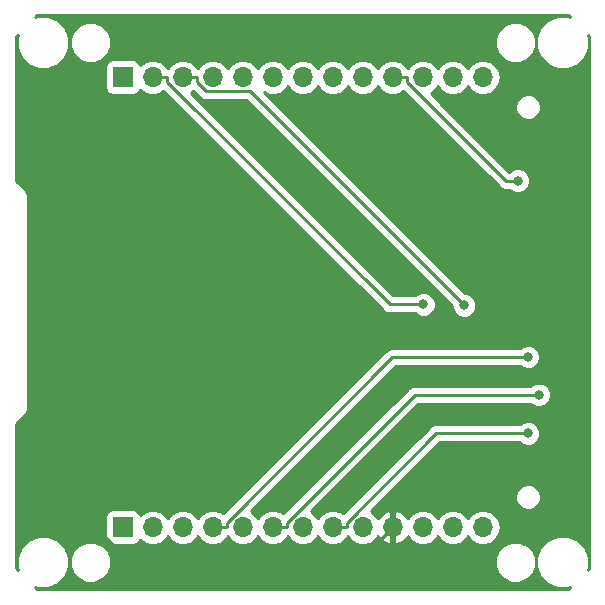
<source format=gbr>
G04 #@! TF.GenerationSoftware,KiCad,Pcbnew,5.0.2-bee76a0~70~ubuntu18.04.1*
G04 #@! TF.CreationDate,2019-05-13T00:01:04+09:00*
G04 #@! TF.ProjectId,bottom_pcb,626f7474-6f6d-45f7-9063-622e6b696361,rev?*
G04 #@! TF.SameCoordinates,Original*
G04 #@! TF.FileFunction,Copper,L1,Top*
G04 #@! TF.FilePolarity,Positive*
%FSLAX46Y46*%
G04 Gerber Fmt 4.6, Leading zero omitted, Abs format (unit mm)*
G04 Created by KiCad (PCBNEW 5.0.2-bee76a0~70~ubuntu18.04.1) date 2019年05月13日 00時01分04秒*
%MOMM*%
%LPD*%
G01*
G04 APERTURE LIST*
G04 #@! TA.AperFunction,ComponentPad*
%ADD10O,1.700000X1.700000*%
G04 #@! TD*
G04 #@! TA.AperFunction,ComponentPad*
%ADD11R,1.700000X1.700000*%
G04 #@! TD*
G04 #@! TA.AperFunction,ViaPad*
%ADD12C,0.800000*%
G04 #@! TD*
G04 #@! TA.AperFunction,Conductor*
%ADD13C,0.250000*%
G04 #@! TD*
G04 #@! TA.AperFunction,Conductor*
%ADD14C,0.254000*%
G04 #@! TD*
G04 APERTURE END LIST*
D10*
G04 #@! TO.P,J1,13*
G04 #@! TO.N,G35*
X140230000Y-55950000D03*
G04 #@! TO.P,J1,12*
G04 #@! TO.N,G36*
X137690000Y-55950000D03*
G04 #@! TO.P,J1,11*
G04 #@! TO.N,RST*
X135150000Y-55950000D03*
G04 #@! TO.P,J1,10*
G04 #@! TO.N,G25*
X132610000Y-55950000D03*
G04 #@! TO.P,J1,9*
G04 #@! TO.N,G26*
X130070000Y-55950000D03*
G04 #@! TO.P,J1,8*
G04 #@! TO.N,G23*
X127530000Y-55950000D03*
G04 #@! TO.P,J1,7*
G04 #@! TO.N,G19*
X124990000Y-55950000D03*
G04 #@! TO.P,J1,6*
G04 #@! TO.N,G18*
X122450000Y-55950000D03*
G04 #@! TO.P,J1,5*
G04 #@! TO.N,G1*
X119910000Y-55950000D03*
G04 #@! TO.P,J1,4*
G04 #@! TO.N,G3*
X117370000Y-55950000D03*
G04 #@! TO.P,J1,3*
G04 #@! TO.N,G22*
X114830000Y-55950000D03*
G04 #@! TO.P,J1,2*
G04 #@! TO.N,G21*
X112290000Y-55950000D03*
D11*
G04 #@! TO.P,J1,1*
G04 #@! TO.N,+3V3*
X109750000Y-55950000D03*
G04 #@! TD*
D10*
G04 #@! TO.P,J2,13*
G04 #@! TO.N,+BATT*
X140230000Y-94050000D03*
G04 #@! TO.P,J2,12*
G04 #@! TO.N,HPWR*
X137690000Y-94050000D03*
G04 #@! TO.P,J2,11*
G04 #@! TO.N,+5V*
X135150000Y-94050000D03*
G04 #@! TO.P,J2,10*
G04 #@! TO.N,GND*
X132610000Y-94050000D03*
G04 #@! TO.P,J2,9*
G04 #@! TO.N,G34*
X130070000Y-94050000D03*
G04 #@! TO.P,J2,8*
G04 #@! TO.N,G15*
X127530000Y-94050000D03*
G04 #@! TO.P,J2,7*
G04 #@! TO.N,G0*
X124990000Y-94050000D03*
G04 #@! TO.P,J2,6*
G04 #@! TO.N,G12*
X122450000Y-94050000D03*
G04 #@! TO.P,J2,5*
G04 #@! TO.N,G13*
X119910000Y-94050000D03*
G04 #@! TO.P,J2,4*
G04 #@! TO.N,G2*
X117370000Y-94050000D03*
G04 #@! TO.P,J2,3*
G04 #@! TO.N,G5*
X114830000Y-94050000D03*
G04 #@! TO.P,J2,2*
G04 #@! TO.N,G16*
X112290000Y-94050000D03*
D11*
G04 #@! TO.P,J2,1*
G04 #@! TO.N,G17*
X109750000Y-94050000D03*
G04 #@! TD*
D12*
G04 #@! TO.N,GND*
X105752900Y-94805500D03*
X105752900Y-55232300D03*
X144310100Y-55156100D03*
X144322800Y-94932500D03*
G04 #@! TO.N,G21*
X135215000Y-75193400D03*
G04 #@! TO.N,G2*
X144074000Y-79641100D03*
G04 #@! TO.N,G12*
X144967000Y-82841900D03*
G04 #@! TO.N,G15*
X144074000Y-86114300D03*
G04 #@! TO.N,G22*
X138670500Y-75275800D03*
G04 #@! TO.N,G25*
X143183900Y-64716200D03*
G04 #@! TD*
D13*
G04 #@! TO.N,GND*
X131434999Y-95225001D02*
X131419199Y-95225001D01*
X132610000Y-94050000D02*
X131434999Y-95225001D01*
X131419199Y-95225001D02*
X129527300Y-97116900D01*
X129527300Y-97116900D02*
X110439200Y-97116900D01*
X110439200Y-97116900D02*
X107899200Y-94576900D01*
X107899200Y-94576900D02*
X105981500Y-94576900D01*
X105981500Y-94576900D02*
X105752900Y-94805500D01*
G04 #@! TO.N,G21*
X112290000Y-55950000D02*
X113465300Y-55950000D01*
X135215000Y-75193400D02*
X132341400Y-75193400D01*
X132341400Y-75193400D02*
X113465300Y-56317300D01*
X113465300Y-56317300D02*
X113465300Y-55950000D01*
G04 #@! TO.N,G2*
X117370000Y-94050000D02*
X118545300Y-94050000D01*
X118545300Y-94050000D02*
X118545300Y-93682700D01*
X118545300Y-93682700D02*
X132586900Y-79641100D01*
X132586900Y-79641100D02*
X144074000Y-79641100D01*
G04 #@! TO.N,G12*
X122450000Y-94050000D02*
X123625300Y-94050000D01*
X123625300Y-94050000D02*
X123625300Y-93682700D01*
X123625300Y-93682700D02*
X134466100Y-82841900D01*
X134466100Y-82841900D02*
X144967000Y-82841900D01*
G04 #@! TO.N,G15*
X127530000Y-94050000D02*
X128705300Y-94050000D01*
X128705300Y-94050000D02*
X128705300Y-93682700D01*
X128705300Y-93682700D02*
X136273700Y-86114300D01*
X136273700Y-86114300D02*
X144074000Y-86114300D01*
G04 #@! TO.N,G22*
X116005300Y-55950000D02*
X116005300Y-56317400D01*
X116005300Y-56317400D02*
X116813200Y-57125300D01*
X116813200Y-57125300D02*
X120520000Y-57125300D01*
X120520000Y-57125300D02*
X138670500Y-75275800D01*
X114830000Y-55950000D02*
X116005300Y-55950000D01*
G04 #@! TO.N,G25*
X133785300Y-55950000D02*
X133785300Y-56317300D01*
X133785300Y-56317300D02*
X142184200Y-64716200D01*
X142184200Y-64716200D02*
X143183900Y-64716200D01*
X132610000Y-55950000D02*
X133785300Y-55950000D01*
G04 #@! TD*
D14*
G04 #@! TO.N,GND*
G36*
X147643175Y-50847265D02*
X147444569Y-50765000D01*
X146555431Y-50765000D01*
X145733974Y-51105259D01*
X145105259Y-51733974D01*
X144765000Y-52555431D01*
X144765000Y-53444569D01*
X145105259Y-54266026D01*
X145733974Y-54894741D01*
X146555431Y-55235000D01*
X147444569Y-55235000D01*
X148266026Y-54894741D01*
X148894741Y-54266026D01*
X149235000Y-53444569D01*
X149235000Y-52555431D01*
X149152736Y-52356827D01*
X149265000Y-52469092D01*
X149265001Y-97530907D01*
X149152736Y-97643173D01*
X149235000Y-97444569D01*
X149235000Y-96555431D01*
X148894741Y-95733974D01*
X148266026Y-95105259D01*
X147444569Y-94765000D01*
X146555431Y-94765000D01*
X145733974Y-95105259D01*
X145105259Y-95733974D01*
X144765000Y-96555431D01*
X144765000Y-97444569D01*
X145105259Y-98266026D01*
X145733974Y-98894741D01*
X146555431Y-99235000D01*
X147444569Y-99235000D01*
X147643175Y-99152735D01*
X147505910Y-99290000D01*
X102494092Y-99290000D01*
X102356827Y-99152736D01*
X102555431Y-99235000D01*
X103444569Y-99235000D01*
X104266026Y-98894741D01*
X104894741Y-98266026D01*
X105235000Y-97444569D01*
X105235000Y-96654887D01*
X105265000Y-96654887D01*
X105265000Y-97345113D01*
X105529138Y-97982799D01*
X106017201Y-98470862D01*
X106654887Y-98735000D01*
X107345113Y-98735000D01*
X107982799Y-98470862D01*
X108470862Y-97982799D01*
X108735000Y-97345113D01*
X108735000Y-96654887D01*
X141265000Y-96654887D01*
X141265000Y-97345113D01*
X141529138Y-97982799D01*
X142017201Y-98470862D01*
X142654887Y-98735000D01*
X143345113Y-98735000D01*
X143982799Y-98470862D01*
X144470862Y-97982799D01*
X144735000Y-97345113D01*
X144735000Y-96654887D01*
X144470862Y-96017201D01*
X143982799Y-95529138D01*
X143345113Y-95265000D01*
X142654887Y-95265000D01*
X142017201Y-95529138D01*
X141529138Y-96017201D01*
X141265000Y-96654887D01*
X108735000Y-96654887D01*
X108470862Y-96017201D01*
X107982799Y-95529138D01*
X107345113Y-95265000D01*
X106654887Y-95265000D01*
X106017201Y-95529138D01*
X105529138Y-96017201D01*
X105265000Y-96654887D01*
X105235000Y-96654887D01*
X105235000Y-96555431D01*
X104894741Y-95733974D01*
X104266026Y-95105259D01*
X103444569Y-94765000D01*
X102555431Y-94765000D01*
X101733974Y-95105259D01*
X101105259Y-95733974D01*
X100765000Y-96555431D01*
X100765000Y-97444569D01*
X100847265Y-97643175D01*
X100710000Y-97505910D01*
X100710000Y-93200000D01*
X108252560Y-93200000D01*
X108252560Y-94900000D01*
X108301843Y-95147765D01*
X108442191Y-95357809D01*
X108652235Y-95498157D01*
X108900000Y-95547440D01*
X110600000Y-95547440D01*
X110847765Y-95498157D01*
X111057809Y-95357809D01*
X111198157Y-95147765D01*
X111207184Y-95102381D01*
X111219375Y-95120625D01*
X111710582Y-95448839D01*
X112143744Y-95535000D01*
X112436256Y-95535000D01*
X112869418Y-95448839D01*
X113360625Y-95120625D01*
X113560000Y-94822239D01*
X113759375Y-95120625D01*
X114250582Y-95448839D01*
X114683744Y-95535000D01*
X114976256Y-95535000D01*
X115409418Y-95448839D01*
X115900625Y-95120625D01*
X116100000Y-94822239D01*
X116299375Y-95120625D01*
X116790582Y-95448839D01*
X117223744Y-95535000D01*
X117516256Y-95535000D01*
X117949418Y-95448839D01*
X118440625Y-95120625D01*
X118640000Y-94822239D01*
X118839375Y-95120625D01*
X119330582Y-95448839D01*
X119763744Y-95535000D01*
X120056256Y-95535000D01*
X120489418Y-95448839D01*
X120980625Y-95120625D01*
X121180000Y-94822239D01*
X121379375Y-95120625D01*
X121870582Y-95448839D01*
X122303744Y-95535000D01*
X122596256Y-95535000D01*
X123029418Y-95448839D01*
X123520625Y-95120625D01*
X123720000Y-94822239D01*
X123919375Y-95120625D01*
X124410582Y-95448839D01*
X124843744Y-95535000D01*
X125136256Y-95535000D01*
X125569418Y-95448839D01*
X126060625Y-95120625D01*
X126260000Y-94822239D01*
X126459375Y-95120625D01*
X126950582Y-95448839D01*
X127383744Y-95535000D01*
X127676256Y-95535000D01*
X128109418Y-95448839D01*
X128600625Y-95120625D01*
X128800000Y-94822239D01*
X128999375Y-95120625D01*
X129490582Y-95448839D01*
X129923744Y-95535000D01*
X130216256Y-95535000D01*
X130649418Y-95448839D01*
X131140625Y-95120625D01*
X131353843Y-94801522D01*
X131414817Y-94931358D01*
X131843076Y-95321645D01*
X132253110Y-95491476D01*
X132483000Y-95370155D01*
X132483000Y-94177000D01*
X132463000Y-94177000D01*
X132463000Y-93923000D01*
X132483000Y-93923000D01*
X132483000Y-92729845D01*
X132737000Y-92729845D01*
X132737000Y-93923000D01*
X132757000Y-93923000D01*
X132757000Y-94177000D01*
X132737000Y-94177000D01*
X132737000Y-95370155D01*
X132966890Y-95491476D01*
X133376924Y-95321645D01*
X133805183Y-94931358D01*
X133866157Y-94801522D01*
X134079375Y-95120625D01*
X134570582Y-95448839D01*
X135003744Y-95535000D01*
X135296256Y-95535000D01*
X135729418Y-95448839D01*
X136220625Y-95120625D01*
X136420000Y-94822239D01*
X136619375Y-95120625D01*
X137110582Y-95448839D01*
X137543744Y-95535000D01*
X137836256Y-95535000D01*
X138269418Y-95448839D01*
X138760625Y-95120625D01*
X138960000Y-94822239D01*
X139159375Y-95120625D01*
X139650582Y-95448839D01*
X140083744Y-95535000D01*
X140376256Y-95535000D01*
X140809418Y-95448839D01*
X141300625Y-95120625D01*
X141628839Y-94629418D01*
X141744092Y-94050000D01*
X141628839Y-93470582D01*
X141300625Y-92979375D01*
X140809418Y-92651161D01*
X140376256Y-92565000D01*
X140083744Y-92565000D01*
X139650582Y-92651161D01*
X139159375Y-92979375D01*
X138960000Y-93277761D01*
X138760625Y-92979375D01*
X138269418Y-92651161D01*
X137836256Y-92565000D01*
X137543744Y-92565000D01*
X137110582Y-92651161D01*
X136619375Y-92979375D01*
X136420000Y-93277761D01*
X136220625Y-92979375D01*
X135729418Y-92651161D01*
X135296256Y-92565000D01*
X135003744Y-92565000D01*
X134570582Y-92651161D01*
X134079375Y-92979375D01*
X133866157Y-93298478D01*
X133805183Y-93168642D01*
X133376924Y-92778355D01*
X132966890Y-92608524D01*
X132737000Y-92729845D01*
X132483000Y-92729845D01*
X132253110Y-92608524D01*
X131843076Y-92778355D01*
X131414817Y-93168642D01*
X131353843Y-93298478D01*
X131140625Y-92979375D01*
X130746663Y-92716138D01*
X132168621Y-91294180D01*
X142989000Y-91294180D01*
X142989000Y-91725820D01*
X143154182Y-92124603D01*
X143459397Y-92429818D01*
X143858180Y-92595000D01*
X144289820Y-92595000D01*
X144688603Y-92429818D01*
X144993818Y-92124603D01*
X145159000Y-91725820D01*
X145159000Y-91294180D01*
X144993818Y-90895397D01*
X144688603Y-90590182D01*
X144289820Y-90425000D01*
X143858180Y-90425000D01*
X143459397Y-90590182D01*
X143154182Y-90895397D01*
X142989000Y-91294180D01*
X132168621Y-91294180D01*
X136588502Y-86874300D01*
X143370289Y-86874300D01*
X143487720Y-86991731D01*
X143868126Y-87149300D01*
X144279874Y-87149300D01*
X144660280Y-86991731D01*
X144951431Y-86700580D01*
X145109000Y-86320174D01*
X145109000Y-85908426D01*
X144951431Y-85528020D01*
X144660280Y-85236869D01*
X144279874Y-85079300D01*
X143868126Y-85079300D01*
X143487720Y-85236869D01*
X143370289Y-85354300D01*
X136348547Y-85354300D01*
X136273700Y-85339412D01*
X136198853Y-85354300D01*
X136198848Y-85354300D01*
X135977163Y-85398396D01*
X135725771Y-85566371D01*
X135683371Y-85629827D01*
X128440689Y-92872509D01*
X128109418Y-92651161D01*
X127676256Y-92565000D01*
X127383744Y-92565000D01*
X126950582Y-92651161D01*
X126459375Y-92979375D01*
X126260000Y-93277761D01*
X126060625Y-92979375D01*
X125666663Y-92716138D01*
X134780903Y-83601900D01*
X144263289Y-83601900D01*
X144380720Y-83719331D01*
X144761126Y-83876900D01*
X145172874Y-83876900D01*
X145553280Y-83719331D01*
X145844431Y-83428180D01*
X146002000Y-83047774D01*
X146002000Y-82636026D01*
X145844431Y-82255620D01*
X145553280Y-81964469D01*
X145172874Y-81806900D01*
X144761126Y-81806900D01*
X144380720Y-81964469D01*
X144263289Y-82081900D01*
X134540946Y-82081900D01*
X134466099Y-82067012D01*
X134391252Y-82081900D01*
X134391248Y-82081900D01*
X134169563Y-82125996D01*
X134169561Y-82125997D01*
X134169562Y-82125997D01*
X133981626Y-82251571D01*
X133981624Y-82251573D01*
X133918171Y-82293971D01*
X133875773Y-82357424D01*
X123360689Y-92872509D01*
X123029418Y-92651161D01*
X122596256Y-92565000D01*
X122303744Y-92565000D01*
X121870582Y-92651161D01*
X121379375Y-92979375D01*
X121180000Y-93277761D01*
X120980625Y-92979375D01*
X120586663Y-92716138D01*
X132901702Y-80401100D01*
X143370289Y-80401100D01*
X143487720Y-80518531D01*
X143868126Y-80676100D01*
X144279874Y-80676100D01*
X144660280Y-80518531D01*
X144951431Y-80227380D01*
X145109000Y-79846974D01*
X145109000Y-79435226D01*
X144951431Y-79054820D01*
X144660280Y-78763669D01*
X144279874Y-78606100D01*
X143868126Y-78606100D01*
X143487720Y-78763669D01*
X143370289Y-78881100D01*
X132661746Y-78881100D01*
X132586899Y-78866212D01*
X132512052Y-78881100D01*
X132512048Y-78881100D01*
X132290363Y-78925196D01*
X132038971Y-79093171D01*
X131996571Y-79156627D01*
X118280689Y-92872510D01*
X117949418Y-92651161D01*
X117516256Y-92565000D01*
X117223744Y-92565000D01*
X116790582Y-92651161D01*
X116299375Y-92979375D01*
X116100000Y-93277761D01*
X115900625Y-92979375D01*
X115409418Y-92651161D01*
X114976256Y-92565000D01*
X114683744Y-92565000D01*
X114250582Y-92651161D01*
X113759375Y-92979375D01*
X113560000Y-93277761D01*
X113360625Y-92979375D01*
X112869418Y-92651161D01*
X112436256Y-92565000D01*
X112143744Y-92565000D01*
X111710582Y-92651161D01*
X111219375Y-92979375D01*
X111207184Y-92997619D01*
X111198157Y-92952235D01*
X111057809Y-92742191D01*
X110847765Y-92601843D01*
X110600000Y-92552560D01*
X108900000Y-92552560D01*
X108652235Y-92601843D01*
X108442191Y-92742191D01*
X108301843Y-92952235D01*
X108252560Y-93200000D01*
X100710000Y-93200000D01*
X100710000Y-85294090D01*
X101452601Y-84551490D01*
X101511881Y-84511881D01*
X101668805Y-84277028D01*
X101710000Y-84069926D01*
X101723909Y-84000000D01*
X101710000Y-83930074D01*
X101710000Y-66069926D01*
X101723909Y-66000000D01*
X101668805Y-65722972D01*
X101551491Y-65547399D01*
X101551488Y-65547396D01*
X101511880Y-65488119D01*
X101452603Y-65448512D01*
X100710000Y-64705910D01*
X100710000Y-52494090D01*
X100847265Y-52356825D01*
X100765000Y-52555431D01*
X100765000Y-53444569D01*
X101105259Y-54266026D01*
X101733974Y-54894741D01*
X102555431Y-55235000D01*
X103444569Y-55235000D01*
X103770487Y-55100000D01*
X108252560Y-55100000D01*
X108252560Y-56800000D01*
X108301843Y-57047765D01*
X108442191Y-57257809D01*
X108652235Y-57398157D01*
X108900000Y-57447440D01*
X110600000Y-57447440D01*
X110847765Y-57398157D01*
X111057809Y-57257809D01*
X111198157Y-57047765D01*
X111207184Y-57002381D01*
X111219375Y-57020625D01*
X111710582Y-57348839D01*
X112143744Y-57435000D01*
X112436256Y-57435000D01*
X112869418Y-57348839D01*
X113200689Y-57127490D01*
X131751071Y-75677873D01*
X131793471Y-75741329D01*
X132044863Y-75909304D01*
X132266548Y-75953400D01*
X132266552Y-75953400D01*
X132341400Y-75968288D01*
X132416248Y-75953400D01*
X134511289Y-75953400D01*
X134628720Y-76070831D01*
X135009126Y-76228400D01*
X135420874Y-76228400D01*
X135801280Y-76070831D01*
X136092431Y-75779680D01*
X136250000Y-75399274D01*
X136250000Y-74987526D01*
X136092431Y-74607120D01*
X135801280Y-74315969D01*
X135420874Y-74158400D01*
X135009126Y-74158400D01*
X134628720Y-74315969D01*
X134511289Y-74433400D01*
X132656202Y-74433400D01*
X115506663Y-57283862D01*
X115740629Y-57127531D01*
X116222870Y-57609772D01*
X116265271Y-57673229D01*
X116516663Y-57841204D01*
X116738348Y-57885300D01*
X116738352Y-57885300D01*
X116813199Y-57900188D01*
X116888046Y-57885300D01*
X120205199Y-57885300D01*
X137635500Y-75315602D01*
X137635500Y-75481674D01*
X137793069Y-75862080D01*
X138084220Y-76153231D01*
X138464626Y-76310800D01*
X138876374Y-76310800D01*
X139256780Y-76153231D01*
X139547931Y-75862080D01*
X139705500Y-75481674D01*
X139705500Y-75069926D01*
X139547931Y-74689520D01*
X139256780Y-74398369D01*
X138876374Y-74240800D01*
X138710302Y-74240800D01*
X121713142Y-57243641D01*
X121870582Y-57348839D01*
X122303744Y-57435000D01*
X122596256Y-57435000D01*
X123029418Y-57348839D01*
X123520625Y-57020625D01*
X123720000Y-56722239D01*
X123919375Y-57020625D01*
X124410582Y-57348839D01*
X124843744Y-57435000D01*
X125136256Y-57435000D01*
X125569418Y-57348839D01*
X126060625Y-57020625D01*
X126260000Y-56722239D01*
X126459375Y-57020625D01*
X126950582Y-57348839D01*
X127383744Y-57435000D01*
X127676256Y-57435000D01*
X128109418Y-57348839D01*
X128600625Y-57020625D01*
X128800000Y-56722239D01*
X128999375Y-57020625D01*
X129490582Y-57348839D01*
X129923744Y-57435000D01*
X130216256Y-57435000D01*
X130649418Y-57348839D01*
X131140625Y-57020625D01*
X131340000Y-56722239D01*
X131539375Y-57020625D01*
X132030582Y-57348839D01*
X132463744Y-57435000D01*
X132756256Y-57435000D01*
X133189418Y-57348839D01*
X133520689Y-57127491D01*
X141593873Y-65200676D01*
X141636271Y-65264129D01*
X141699724Y-65306527D01*
X141699726Y-65306529D01*
X141736642Y-65331195D01*
X141887663Y-65432104D01*
X142109348Y-65476200D01*
X142109352Y-65476200D01*
X142184199Y-65491088D01*
X142259046Y-65476200D01*
X142480189Y-65476200D01*
X142597620Y-65593631D01*
X142978026Y-65751200D01*
X143389774Y-65751200D01*
X143770180Y-65593631D01*
X144061331Y-65302480D01*
X144218900Y-64922074D01*
X144218900Y-64510326D01*
X144061331Y-64129920D01*
X143770180Y-63838769D01*
X143389774Y-63681200D01*
X142978026Y-63681200D01*
X142597620Y-63838769D01*
X142489596Y-63946793D01*
X136816982Y-58274180D01*
X142989000Y-58274180D01*
X142989000Y-58705820D01*
X143154182Y-59104603D01*
X143459397Y-59409818D01*
X143858180Y-59575000D01*
X144289820Y-59575000D01*
X144688603Y-59409818D01*
X144993818Y-59104603D01*
X145159000Y-58705820D01*
X145159000Y-58274180D01*
X144993818Y-57875397D01*
X144688603Y-57570182D01*
X144289820Y-57405000D01*
X143858180Y-57405000D01*
X143459397Y-57570182D01*
X143154182Y-57875397D01*
X142989000Y-58274180D01*
X136816982Y-58274180D01*
X135826663Y-57283862D01*
X136220625Y-57020625D01*
X136420000Y-56722239D01*
X136619375Y-57020625D01*
X137110582Y-57348839D01*
X137543744Y-57435000D01*
X137836256Y-57435000D01*
X138269418Y-57348839D01*
X138760625Y-57020625D01*
X138960000Y-56722239D01*
X139159375Y-57020625D01*
X139650582Y-57348839D01*
X140083744Y-57435000D01*
X140376256Y-57435000D01*
X140809418Y-57348839D01*
X141300625Y-57020625D01*
X141628839Y-56529418D01*
X141744092Y-55950000D01*
X141628839Y-55370582D01*
X141300625Y-54879375D01*
X140809418Y-54551161D01*
X140376256Y-54465000D01*
X140083744Y-54465000D01*
X139650582Y-54551161D01*
X139159375Y-54879375D01*
X138960000Y-55177761D01*
X138760625Y-54879375D01*
X138269418Y-54551161D01*
X137836256Y-54465000D01*
X137543744Y-54465000D01*
X137110582Y-54551161D01*
X136619375Y-54879375D01*
X136420000Y-55177761D01*
X136220625Y-54879375D01*
X135729418Y-54551161D01*
X135296256Y-54465000D01*
X135003744Y-54465000D01*
X134570582Y-54551161D01*
X134079375Y-54879375D01*
X133880000Y-55177761D01*
X133680625Y-54879375D01*
X133189418Y-54551161D01*
X132756256Y-54465000D01*
X132463744Y-54465000D01*
X132030582Y-54551161D01*
X131539375Y-54879375D01*
X131340000Y-55177761D01*
X131140625Y-54879375D01*
X130649418Y-54551161D01*
X130216256Y-54465000D01*
X129923744Y-54465000D01*
X129490582Y-54551161D01*
X128999375Y-54879375D01*
X128800000Y-55177761D01*
X128600625Y-54879375D01*
X128109418Y-54551161D01*
X127676256Y-54465000D01*
X127383744Y-54465000D01*
X126950582Y-54551161D01*
X126459375Y-54879375D01*
X126260000Y-55177761D01*
X126060625Y-54879375D01*
X125569418Y-54551161D01*
X125136256Y-54465000D01*
X124843744Y-54465000D01*
X124410582Y-54551161D01*
X123919375Y-54879375D01*
X123720000Y-55177761D01*
X123520625Y-54879375D01*
X123029418Y-54551161D01*
X122596256Y-54465000D01*
X122303744Y-54465000D01*
X121870582Y-54551161D01*
X121379375Y-54879375D01*
X121180000Y-55177761D01*
X120980625Y-54879375D01*
X120489418Y-54551161D01*
X120056256Y-54465000D01*
X119763744Y-54465000D01*
X119330582Y-54551161D01*
X118839375Y-54879375D01*
X118640000Y-55177761D01*
X118440625Y-54879375D01*
X117949418Y-54551161D01*
X117516256Y-54465000D01*
X117223744Y-54465000D01*
X116790582Y-54551161D01*
X116299375Y-54879375D01*
X116100000Y-55177761D01*
X115900625Y-54879375D01*
X115409418Y-54551161D01*
X114976256Y-54465000D01*
X114683744Y-54465000D01*
X114250582Y-54551161D01*
X113759375Y-54879375D01*
X113560000Y-55177761D01*
X113360625Y-54879375D01*
X112869418Y-54551161D01*
X112436256Y-54465000D01*
X112143744Y-54465000D01*
X111710582Y-54551161D01*
X111219375Y-54879375D01*
X111207184Y-54897619D01*
X111198157Y-54852235D01*
X111057809Y-54642191D01*
X110847765Y-54501843D01*
X110600000Y-54452560D01*
X108900000Y-54452560D01*
X108652235Y-54501843D01*
X108442191Y-54642191D01*
X108301843Y-54852235D01*
X108252560Y-55100000D01*
X103770487Y-55100000D01*
X104266026Y-54894741D01*
X104894741Y-54266026D01*
X105235000Y-53444569D01*
X105235000Y-52654887D01*
X105265000Y-52654887D01*
X105265000Y-53345113D01*
X105529138Y-53982799D01*
X106017201Y-54470862D01*
X106654887Y-54735000D01*
X107345113Y-54735000D01*
X107982799Y-54470862D01*
X108470862Y-53982799D01*
X108735000Y-53345113D01*
X108735000Y-52654887D01*
X141265000Y-52654887D01*
X141265000Y-53345113D01*
X141529138Y-53982799D01*
X142017201Y-54470862D01*
X142654887Y-54735000D01*
X143345113Y-54735000D01*
X143982799Y-54470862D01*
X144470862Y-53982799D01*
X144735000Y-53345113D01*
X144735000Y-52654887D01*
X144470862Y-52017201D01*
X143982799Y-51529138D01*
X143345113Y-51265000D01*
X142654887Y-51265000D01*
X142017201Y-51529138D01*
X141529138Y-52017201D01*
X141265000Y-52654887D01*
X108735000Y-52654887D01*
X108470862Y-52017201D01*
X107982799Y-51529138D01*
X107345113Y-51265000D01*
X106654887Y-51265000D01*
X106017201Y-51529138D01*
X105529138Y-52017201D01*
X105265000Y-52654887D01*
X105235000Y-52654887D01*
X105235000Y-52555431D01*
X104894741Y-51733974D01*
X104266026Y-51105259D01*
X103444569Y-50765000D01*
X102555431Y-50765000D01*
X102356827Y-50847264D01*
X102494092Y-50710000D01*
X147505910Y-50710000D01*
X147643175Y-50847265D01*
X147643175Y-50847265D01*
G37*
X147643175Y-50847265D02*
X147444569Y-50765000D01*
X146555431Y-50765000D01*
X145733974Y-51105259D01*
X145105259Y-51733974D01*
X144765000Y-52555431D01*
X144765000Y-53444569D01*
X145105259Y-54266026D01*
X145733974Y-54894741D01*
X146555431Y-55235000D01*
X147444569Y-55235000D01*
X148266026Y-54894741D01*
X148894741Y-54266026D01*
X149235000Y-53444569D01*
X149235000Y-52555431D01*
X149152736Y-52356827D01*
X149265000Y-52469092D01*
X149265001Y-97530907D01*
X149152736Y-97643173D01*
X149235000Y-97444569D01*
X149235000Y-96555431D01*
X148894741Y-95733974D01*
X148266026Y-95105259D01*
X147444569Y-94765000D01*
X146555431Y-94765000D01*
X145733974Y-95105259D01*
X145105259Y-95733974D01*
X144765000Y-96555431D01*
X144765000Y-97444569D01*
X145105259Y-98266026D01*
X145733974Y-98894741D01*
X146555431Y-99235000D01*
X147444569Y-99235000D01*
X147643175Y-99152735D01*
X147505910Y-99290000D01*
X102494092Y-99290000D01*
X102356827Y-99152736D01*
X102555431Y-99235000D01*
X103444569Y-99235000D01*
X104266026Y-98894741D01*
X104894741Y-98266026D01*
X105235000Y-97444569D01*
X105235000Y-96654887D01*
X105265000Y-96654887D01*
X105265000Y-97345113D01*
X105529138Y-97982799D01*
X106017201Y-98470862D01*
X106654887Y-98735000D01*
X107345113Y-98735000D01*
X107982799Y-98470862D01*
X108470862Y-97982799D01*
X108735000Y-97345113D01*
X108735000Y-96654887D01*
X141265000Y-96654887D01*
X141265000Y-97345113D01*
X141529138Y-97982799D01*
X142017201Y-98470862D01*
X142654887Y-98735000D01*
X143345113Y-98735000D01*
X143982799Y-98470862D01*
X144470862Y-97982799D01*
X144735000Y-97345113D01*
X144735000Y-96654887D01*
X144470862Y-96017201D01*
X143982799Y-95529138D01*
X143345113Y-95265000D01*
X142654887Y-95265000D01*
X142017201Y-95529138D01*
X141529138Y-96017201D01*
X141265000Y-96654887D01*
X108735000Y-96654887D01*
X108470862Y-96017201D01*
X107982799Y-95529138D01*
X107345113Y-95265000D01*
X106654887Y-95265000D01*
X106017201Y-95529138D01*
X105529138Y-96017201D01*
X105265000Y-96654887D01*
X105235000Y-96654887D01*
X105235000Y-96555431D01*
X104894741Y-95733974D01*
X104266026Y-95105259D01*
X103444569Y-94765000D01*
X102555431Y-94765000D01*
X101733974Y-95105259D01*
X101105259Y-95733974D01*
X100765000Y-96555431D01*
X100765000Y-97444569D01*
X100847265Y-97643175D01*
X100710000Y-97505910D01*
X100710000Y-93200000D01*
X108252560Y-93200000D01*
X108252560Y-94900000D01*
X108301843Y-95147765D01*
X108442191Y-95357809D01*
X108652235Y-95498157D01*
X108900000Y-95547440D01*
X110600000Y-95547440D01*
X110847765Y-95498157D01*
X111057809Y-95357809D01*
X111198157Y-95147765D01*
X111207184Y-95102381D01*
X111219375Y-95120625D01*
X111710582Y-95448839D01*
X112143744Y-95535000D01*
X112436256Y-95535000D01*
X112869418Y-95448839D01*
X113360625Y-95120625D01*
X113560000Y-94822239D01*
X113759375Y-95120625D01*
X114250582Y-95448839D01*
X114683744Y-95535000D01*
X114976256Y-95535000D01*
X115409418Y-95448839D01*
X115900625Y-95120625D01*
X116100000Y-94822239D01*
X116299375Y-95120625D01*
X116790582Y-95448839D01*
X117223744Y-95535000D01*
X117516256Y-95535000D01*
X117949418Y-95448839D01*
X118440625Y-95120625D01*
X118640000Y-94822239D01*
X118839375Y-95120625D01*
X119330582Y-95448839D01*
X119763744Y-95535000D01*
X120056256Y-95535000D01*
X120489418Y-95448839D01*
X120980625Y-95120625D01*
X121180000Y-94822239D01*
X121379375Y-95120625D01*
X121870582Y-95448839D01*
X122303744Y-95535000D01*
X122596256Y-95535000D01*
X123029418Y-95448839D01*
X123520625Y-95120625D01*
X123720000Y-94822239D01*
X123919375Y-95120625D01*
X124410582Y-95448839D01*
X124843744Y-95535000D01*
X125136256Y-95535000D01*
X125569418Y-95448839D01*
X126060625Y-95120625D01*
X126260000Y-94822239D01*
X126459375Y-95120625D01*
X126950582Y-95448839D01*
X127383744Y-95535000D01*
X127676256Y-95535000D01*
X128109418Y-95448839D01*
X128600625Y-95120625D01*
X128800000Y-94822239D01*
X128999375Y-95120625D01*
X129490582Y-95448839D01*
X129923744Y-95535000D01*
X130216256Y-95535000D01*
X130649418Y-95448839D01*
X131140625Y-95120625D01*
X131353843Y-94801522D01*
X131414817Y-94931358D01*
X131843076Y-95321645D01*
X132253110Y-95491476D01*
X132483000Y-95370155D01*
X132483000Y-94177000D01*
X132463000Y-94177000D01*
X132463000Y-93923000D01*
X132483000Y-93923000D01*
X132483000Y-92729845D01*
X132737000Y-92729845D01*
X132737000Y-93923000D01*
X132757000Y-93923000D01*
X132757000Y-94177000D01*
X132737000Y-94177000D01*
X132737000Y-95370155D01*
X132966890Y-95491476D01*
X133376924Y-95321645D01*
X133805183Y-94931358D01*
X133866157Y-94801522D01*
X134079375Y-95120625D01*
X134570582Y-95448839D01*
X135003744Y-95535000D01*
X135296256Y-95535000D01*
X135729418Y-95448839D01*
X136220625Y-95120625D01*
X136420000Y-94822239D01*
X136619375Y-95120625D01*
X137110582Y-95448839D01*
X137543744Y-95535000D01*
X137836256Y-95535000D01*
X138269418Y-95448839D01*
X138760625Y-95120625D01*
X138960000Y-94822239D01*
X139159375Y-95120625D01*
X139650582Y-95448839D01*
X140083744Y-95535000D01*
X140376256Y-95535000D01*
X140809418Y-95448839D01*
X141300625Y-95120625D01*
X141628839Y-94629418D01*
X141744092Y-94050000D01*
X141628839Y-93470582D01*
X141300625Y-92979375D01*
X140809418Y-92651161D01*
X140376256Y-92565000D01*
X140083744Y-92565000D01*
X139650582Y-92651161D01*
X139159375Y-92979375D01*
X138960000Y-93277761D01*
X138760625Y-92979375D01*
X138269418Y-92651161D01*
X137836256Y-92565000D01*
X137543744Y-92565000D01*
X137110582Y-92651161D01*
X136619375Y-92979375D01*
X136420000Y-93277761D01*
X136220625Y-92979375D01*
X135729418Y-92651161D01*
X135296256Y-92565000D01*
X135003744Y-92565000D01*
X134570582Y-92651161D01*
X134079375Y-92979375D01*
X133866157Y-93298478D01*
X133805183Y-93168642D01*
X133376924Y-92778355D01*
X132966890Y-92608524D01*
X132737000Y-92729845D01*
X132483000Y-92729845D01*
X132253110Y-92608524D01*
X131843076Y-92778355D01*
X131414817Y-93168642D01*
X131353843Y-93298478D01*
X131140625Y-92979375D01*
X130746663Y-92716138D01*
X132168621Y-91294180D01*
X142989000Y-91294180D01*
X142989000Y-91725820D01*
X143154182Y-92124603D01*
X143459397Y-92429818D01*
X143858180Y-92595000D01*
X144289820Y-92595000D01*
X144688603Y-92429818D01*
X144993818Y-92124603D01*
X145159000Y-91725820D01*
X145159000Y-91294180D01*
X144993818Y-90895397D01*
X144688603Y-90590182D01*
X144289820Y-90425000D01*
X143858180Y-90425000D01*
X143459397Y-90590182D01*
X143154182Y-90895397D01*
X142989000Y-91294180D01*
X132168621Y-91294180D01*
X136588502Y-86874300D01*
X143370289Y-86874300D01*
X143487720Y-86991731D01*
X143868126Y-87149300D01*
X144279874Y-87149300D01*
X144660280Y-86991731D01*
X144951431Y-86700580D01*
X145109000Y-86320174D01*
X145109000Y-85908426D01*
X144951431Y-85528020D01*
X144660280Y-85236869D01*
X144279874Y-85079300D01*
X143868126Y-85079300D01*
X143487720Y-85236869D01*
X143370289Y-85354300D01*
X136348547Y-85354300D01*
X136273700Y-85339412D01*
X136198853Y-85354300D01*
X136198848Y-85354300D01*
X135977163Y-85398396D01*
X135725771Y-85566371D01*
X135683371Y-85629827D01*
X128440689Y-92872509D01*
X128109418Y-92651161D01*
X127676256Y-92565000D01*
X127383744Y-92565000D01*
X126950582Y-92651161D01*
X126459375Y-92979375D01*
X126260000Y-93277761D01*
X126060625Y-92979375D01*
X125666663Y-92716138D01*
X134780903Y-83601900D01*
X144263289Y-83601900D01*
X144380720Y-83719331D01*
X144761126Y-83876900D01*
X145172874Y-83876900D01*
X145553280Y-83719331D01*
X145844431Y-83428180D01*
X146002000Y-83047774D01*
X146002000Y-82636026D01*
X145844431Y-82255620D01*
X145553280Y-81964469D01*
X145172874Y-81806900D01*
X144761126Y-81806900D01*
X144380720Y-81964469D01*
X144263289Y-82081900D01*
X134540946Y-82081900D01*
X134466099Y-82067012D01*
X134391252Y-82081900D01*
X134391248Y-82081900D01*
X134169563Y-82125996D01*
X134169561Y-82125997D01*
X134169562Y-82125997D01*
X133981626Y-82251571D01*
X133981624Y-82251573D01*
X133918171Y-82293971D01*
X133875773Y-82357424D01*
X123360689Y-92872509D01*
X123029418Y-92651161D01*
X122596256Y-92565000D01*
X122303744Y-92565000D01*
X121870582Y-92651161D01*
X121379375Y-92979375D01*
X121180000Y-93277761D01*
X120980625Y-92979375D01*
X120586663Y-92716138D01*
X132901702Y-80401100D01*
X143370289Y-80401100D01*
X143487720Y-80518531D01*
X143868126Y-80676100D01*
X144279874Y-80676100D01*
X144660280Y-80518531D01*
X144951431Y-80227380D01*
X145109000Y-79846974D01*
X145109000Y-79435226D01*
X144951431Y-79054820D01*
X144660280Y-78763669D01*
X144279874Y-78606100D01*
X143868126Y-78606100D01*
X143487720Y-78763669D01*
X143370289Y-78881100D01*
X132661746Y-78881100D01*
X132586899Y-78866212D01*
X132512052Y-78881100D01*
X132512048Y-78881100D01*
X132290363Y-78925196D01*
X132038971Y-79093171D01*
X131996571Y-79156627D01*
X118280689Y-92872510D01*
X117949418Y-92651161D01*
X117516256Y-92565000D01*
X117223744Y-92565000D01*
X116790582Y-92651161D01*
X116299375Y-92979375D01*
X116100000Y-93277761D01*
X115900625Y-92979375D01*
X115409418Y-92651161D01*
X114976256Y-92565000D01*
X114683744Y-92565000D01*
X114250582Y-92651161D01*
X113759375Y-92979375D01*
X113560000Y-93277761D01*
X113360625Y-92979375D01*
X112869418Y-92651161D01*
X112436256Y-92565000D01*
X112143744Y-92565000D01*
X111710582Y-92651161D01*
X111219375Y-92979375D01*
X111207184Y-92997619D01*
X111198157Y-92952235D01*
X111057809Y-92742191D01*
X110847765Y-92601843D01*
X110600000Y-92552560D01*
X108900000Y-92552560D01*
X108652235Y-92601843D01*
X108442191Y-92742191D01*
X108301843Y-92952235D01*
X108252560Y-93200000D01*
X100710000Y-93200000D01*
X100710000Y-85294090D01*
X101452601Y-84551490D01*
X101511881Y-84511881D01*
X101668805Y-84277028D01*
X101710000Y-84069926D01*
X101723909Y-84000000D01*
X101710000Y-83930074D01*
X101710000Y-66069926D01*
X101723909Y-66000000D01*
X101668805Y-65722972D01*
X101551491Y-65547399D01*
X101551488Y-65547396D01*
X101511880Y-65488119D01*
X101452603Y-65448512D01*
X100710000Y-64705910D01*
X100710000Y-52494090D01*
X100847265Y-52356825D01*
X100765000Y-52555431D01*
X100765000Y-53444569D01*
X101105259Y-54266026D01*
X101733974Y-54894741D01*
X102555431Y-55235000D01*
X103444569Y-55235000D01*
X103770487Y-55100000D01*
X108252560Y-55100000D01*
X108252560Y-56800000D01*
X108301843Y-57047765D01*
X108442191Y-57257809D01*
X108652235Y-57398157D01*
X108900000Y-57447440D01*
X110600000Y-57447440D01*
X110847765Y-57398157D01*
X111057809Y-57257809D01*
X111198157Y-57047765D01*
X111207184Y-57002381D01*
X111219375Y-57020625D01*
X111710582Y-57348839D01*
X112143744Y-57435000D01*
X112436256Y-57435000D01*
X112869418Y-57348839D01*
X113200689Y-57127490D01*
X131751071Y-75677873D01*
X131793471Y-75741329D01*
X132044863Y-75909304D01*
X132266548Y-75953400D01*
X132266552Y-75953400D01*
X132341400Y-75968288D01*
X132416248Y-75953400D01*
X134511289Y-75953400D01*
X134628720Y-76070831D01*
X135009126Y-76228400D01*
X135420874Y-76228400D01*
X135801280Y-76070831D01*
X136092431Y-75779680D01*
X136250000Y-75399274D01*
X136250000Y-74987526D01*
X136092431Y-74607120D01*
X135801280Y-74315969D01*
X135420874Y-74158400D01*
X135009126Y-74158400D01*
X134628720Y-74315969D01*
X134511289Y-74433400D01*
X132656202Y-74433400D01*
X115506663Y-57283862D01*
X115740629Y-57127531D01*
X116222870Y-57609772D01*
X116265271Y-57673229D01*
X116516663Y-57841204D01*
X116738348Y-57885300D01*
X116738352Y-57885300D01*
X116813199Y-57900188D01*
X116888046Y-57885300D01*
X120205199Y-57885300D01*
X137635500Y-75315602D01*
X137635500Y-75481674D01*
X137793069Y-75862080D01*
X138084220Y-76153231D01*
X138464626Y-76310800D01*
X138876374Y-76310800D01*
X139256780Y-76153231D01*
X139547931Y-75862080D01*
X139705500Y-75481674D01*
X139705500Y-75069926D01*
X139547931Y-74689520D01*
X139256780Y-74398369D01*
X138876374Y-74240800D01*
X138710302Y-74240800D01*
X121713142Y-57243641D01*
X121870582Y-57348839D01*
X122303744Y-57435000D01*
X122596256Y-57435000D01*
X123029418Y-57348839D01*
X123520625Y-57020625D01*
X123720000Y-56722239D01*
X123919375Y-57020625D01*
X124410582Y-57348839D01*
X124843744Y-57435000D01*
X125136256Y-57435000D01*
X125569418Y-57348839D01*
X126060625Y-57020625D01*
X126260000Y-56722239D01*
X126459375Y-57020625D01*
X126950582Y-57348839D01*
X127383744Y-57435000D01*
X127676256Y-57435000D01*
X128109418Y-57348839D01*
X128600625Y-57020625D01*
X128800000Y-56722239D01*
X128999375Y-57020625D01*
X129490582Y-57348839D01*
X129923744Y-57435000D01*
X130216256Y-57435000D01*
X130649418Y-57348839D01*
X131140625Y-57020625D01*
X131340000Y-56722239D01*
X131539375Y-57020625D01*
X132030582Y-57348839D01*
X132463744Y-57435000D01*
X132756256Y-57435000D01*
X133189418Y-57348839D01*
X133520689Y-57127491D01*
X141593873Y-65200676D01*
X141636271Y-65264129D01*
X141699724Y-65306527D01*
X141699726Y-65306529D01*
X141736642Y-65331195D01*
X141887663Y-65432104D01*
X142109348Y-65476200D01*
X142109352Y-65476200D01*
X142184199Y-65491088D01*
X142259046Y-65476200D01*
X142480189Y-65476200D01*
X142597620Y-65593631D01*
X142978026Y-65751200D01*
X143389774Y-65751200D01*
X143770180Y-65593631D01*
X144061331Y-65302480D01*
X144218900Y-64922074D01*
X144218900Y-64510326D01*
X144061331Y-64129920D01*
X143770180Y-63838769D01*
X143389774Y-63681200D01*
X142978026Y-63681200D01*
X142597620Y-63838769D01*
X142489596Y-63946793D01*
X136816982Y-58274180D01*
X142989000Y-58274180D01*
X142989000Y-58705820D01*
X143154182Y-59104603D01*
X143459397Y-59409818D01*
X143858180Y-59575000D01*
X144289820Y-59575000D01*
X144688603Y-59409818D01*
X144993818Y-59104603D01*
X145159000Y-58705820D01*
X145159000Y-58274180D01*
X144993818Y-57875397D01*
X144688603Y-57570182D01*
X144289820Y-57405000D01*
X143858180Y-57405000D01*
X143459397Y-57570182D01*
X143154182Y-57875397D01*
X142989000Y-58274180D01*
X136816982Y-58274180D01*
X135826663Y-57283862D01*
X136220625Y-57020625D01*
X136420000Y-56722239D01*
X136619375Y-57020625D01*
X137110582Y-57348839D01*
X137543744Y-57435000D01*
X137836256Y-57435000D01*
X138269418Y-57348839D01*
X138760625Y-57020625D01*
X138960000Y-56722239D01*
X139159375Y-57020625D01*
X139650582Y-57348839D01*
X140083744Y-57435000D01*
X140376256Y-57435000D01*
X140809418Y-57348839D01*
X141300625Y-57020625D01*
X141628839Y-56529418D01*
X141744092Y-55950000D01*
X141628839Y-55370582D01*
X141300625Y-54879375D01*
X140809418Y-54551161D01*
X140376256Y-54465000D01*
X140083744Y-54465000D01*
X139650582Y-54551161D01*
X139159375Y-54879375D01*
X138960000Y-55177761D01*
X138760625Y-54879375D01*
X138269418Y-54551161D01*
X137836256Y-54465000D01*
X137543744Y-54465000D01*
X137110582Y-54551161D01*
X136619375Y-54879375D01*
X136420000Y-55177761D01*
X136220625Y-54879375D01*
X135729418Y-54551161D01*
X135296256Y-54465000D01*
X135003744Y-54465000D01*
X134570582Y-54551161D01*
X134079375Y-54879375D01*
X133880000Y-55177761D01*
X133680625Y-54879375D01*
X133189418Y-54551161D01*
X132756256Y-54465000D01*
X132463744Y-54465000D01*
X132030582Y-54551161D01*
X131539375Y-54879375D01*
X131340000Y-55177761D01*
X131140625Y-54879375D01*
X130649418Y-54551161D01*
X130216256Y-54465000D01*
X129923744Y-54465000D01*
X129490582Y-54551161D01*
X128999375Y-54879375D01*
X128800000Y-55177761D01*
X128600625Y-54879375D01*
X128109418Y-54551161D01*
X127676256Y-54465000D01*
X127383744Y-54465000D01*
X126950582Y-54551161D01*
X126459375Y-54879375D01*
X126260000Y-55177761D01*
X126060625Y-54879375D01*
X125569418Y-54551161D01*
X125136256Y-54465000D01*
X124843744Y-54465000D01*
X124410582Y-54551161D01*
X123919375Y-54879375D01*
X123720000Y-55177761D01*
X123520625Y-54879375D01*
X123029418Y-54551161D01*
X122596256Y-54465000D01*
X122303744Y-54465000D01*
X121870582Y-54551161D01*
X121379375Y-54879375D01*
X121180000Y-55177761D01*
X120980625Y-54879375D01*
X120489418Y-54551161D01*
X120056256Y-54465000D01*
X119763744Y-54465000D01*
X119330582Y-54551161D01*
X118839375Y-54879375D01*
X118640000Y-55177761D01*
X118440625Y-54879375D01*
X117949418Y-54551161D01*
X117516256Y-54465000D01*
X117223744Y-54465000D01*
X116790582Y-54551161D01*
X116299375Y-54879375D01*
X116100000Y-55177761D01*
X115900625Y-54879375D01*
X115409418Y-54551161D01*
X114976256Y-54465000D01*
X114683744Y-54465000D01*
X114250582Y-54551161D01*
X113759375Y-54879375D01*
X113560000Y-55177761D01*
X113360625Y-54879375D01*
X112869418Y-54551161D01*
X112436256Y-54465000D01*
X112143744Y-54465000D01*
X111710582Y-54551161D01*
X111219375Y-54879375D01*
X111207184Y-54897619D01*
X111198157Y-54852235D01*
X111057809Y-54642191D01*
X110847765Y-54501843D01*
X110600000Y-54452560D01*
X108900000Y-54452560D01*
X108652235Y-54501843D01*
X108442191Y-54642191D01*
X108301843Y-54852235D01*
X108252560Y-55100000D01*
X103770487Y-55100000D01*
X104266026Y-54894741D01*
X104894741Y-54266026D01*
X105235000Y-53444569D01*
X105235000Y-52654887D01*
X105265000Y-52654887D01*
X105265000Y-53345113D01*
X105529138Y-53982799D01*
X106017201Y-54470862D01*
X106654887Y-54735000D01*
X107345113Y-54735000D01*
X107982799Y-54470862D01*
X108470862Y-53982799D01*
X108735000Y-53345113D01*
X108735000Y-52654887D01*
X141265000Y-52654887D01*
X141265000Y-53345113D01*
X141529138Y-53982799D01*
X142017201Y-54470862D01*
X142654887Y-54735000D01*
X143345113Y-54735000D01*
X143982799Y-54470862D01*
X144470862Y-53982799D01*
X144735000Y-53345113D01*
X144735000Y-52654887D01*
X144470862Y-52017201D01*
X143982799Y-51529138D01*
X143345113Y-51265000D01*
X142654887Y-51265000D01*
X142017201Y-51529138D01*
X141529138Y-52017201D01*
X141265000Y-52654887D01*
X108735000Y-52654887D01*
X108470862Y-52017201D01*
X107982799Y-51529138D01*
X107345113Y-51265000D01*
X106654887Y-51265000D01*
X106017201Y-51529138D01*
X105529138Y-52017201D01*
X105265000Y-52654887D01*
X105235000Y-52654887D01*
X105235000Y-52555431D01*
X104894741Y-51733974D01*
X104266026Y-51105259D01*
X103444569Y-50765000D01*
X102555431Y-50765000D01*
X102356827Y-50847264D01*
X102494092Y-50710000D01*
X147505910Y-50710000D01*
X147643175Y-50847265D01*
G04 #@! TD*
M02*

</source>
